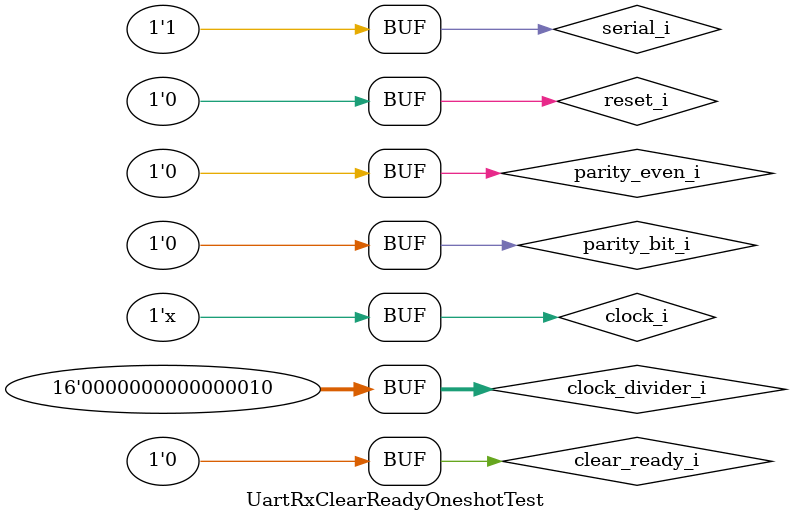
<source format=v>

module UartRxClearReadyOneshotTest ();

reg reset_i = 1'b0;
reg clock_i = 1'b0;
reg clear_ready_i = 1'b0;
reg parity_bit_i = 1'b0;
reg parity_even_i = 1'b0;
reg serial_i = 1'b1;
reg [15:0] clock_divider_i = 2;
wire [7:0] data_o;
wire ready_o;

UartRx uart_rx (
  .reset_i(reset_i),
  .clock_i(clock_i),
  .clear_ready_i(clear_ready_i),
  .parity_bit_i(parity_bit_i),
  .parity_even_i(parity_even_i),
  .serial_i(serial_i),
  .clock_divider_i(clock_divider_i),
  .data_o(data_o),
  .ready_o(ready_o)
);

always #1 clock_i <= ~clock_i;

initial begin
  #1 send_packet(8'h55);
  #6 assert_data_received(8'h55);

  #2 clear_ready_i = 1'b1;
  #2 if (ready_o)
    $display("FAILED - ready_o should be low after clear_ready_i goes high");

  #2 send_packet(8'hAA);
  #6 assert_data_received(8'hAA);
  
  // This packet should be dropped because clear_ready_i wasn't reset.
  #2 send_packet(8'hCC);
  #6 assert_data_received(8'hAA);

  #2 clear_ready_i = 1'b0;
  #2 if (!ready_o)
    $display("FAILED - ready_o should remain high when clear_ready_i goes low and another packet is available");

  #4 clear_ready_flag();
end

task send_packet;
  input [7:0] data;

  begin
    #4 serial_i <= 1'b0; // Start bit
    #4 serial_i <= data[0];
    #4 serial_i <= data[1];
    #4 serial_i <= data[2];
    #4 serial_i <= data[3];
    #4 serial_i <= data[4];
    #4 serial_i <= data[5];
    #4 serial_i <= data[6];
    #4 serial_i <= data[7];
    #4 serial_i <= 1'b1; // Stop bit
  end
endtask

task assert_data_received;
  input [7:0] data;

  begin
    if (!ready_o)
    $display("FAILED - ready_o should be high after receiving packet");

    if (data_o != data)
      $display("FAILED - data_o value should be h%x", data);
  end
endtask

task clear_ready_flag;
  begin
    clear_ready_i = 1'b1;

    if (!ready_o)
      $display("FAILED - ready_o should stay high after receiving packet");

    #2 clear_ready_i = 1'b0;

    if (ready_o)
      $display("FAILED - ready_o should be low after clear_ready_i goes high");
  end
endtask

endmodule

</source>
